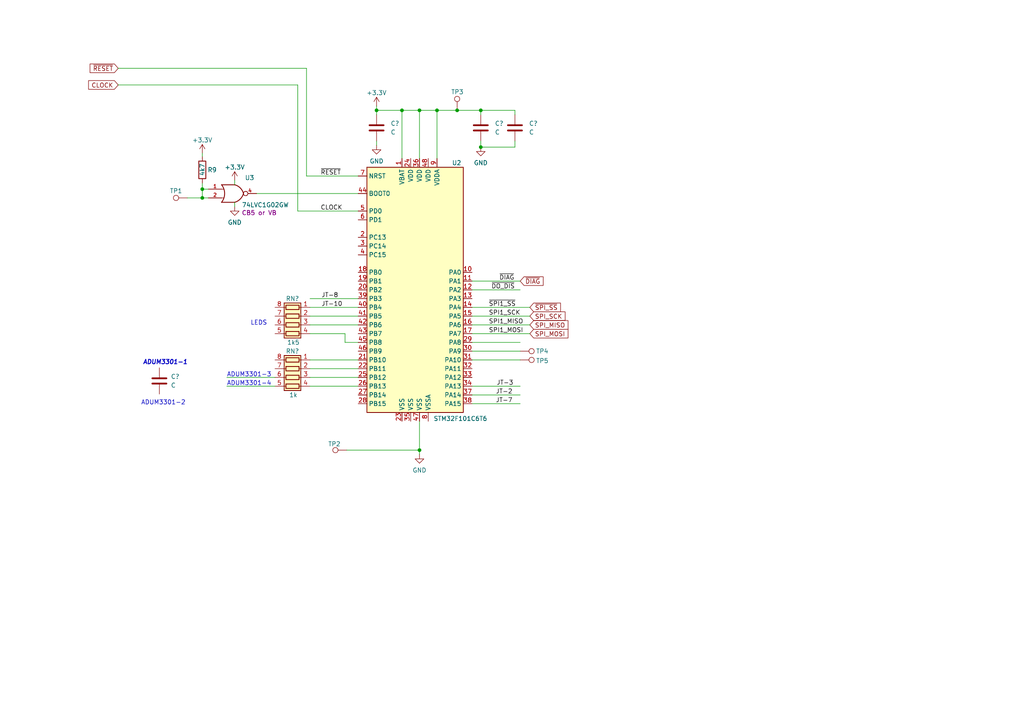
<source format=kicad_sch>
(kicad_sch (version 20211123) (generator eeschema)

  (uuid 8deab1c6-d7da-4eae-81b9-2d74755e39d7)

  (paper "A4")

  (title_block
    (title "SM031-1BD040 Analog AI4x12Bit 0/4...20mA")
    (date "2024-09-08")
    (rev "rev 3")
    (company "Reverse engineered, design copyright VIPA GmbH")
    (comment 1 "SLIO Main CPU")
  )

  (lib_symbols
    (symbol "74xGxx:74LVC1G02" (pin_names (offset 1.016)) (in_bom yes) (on_board yes)
      (property "Reference" "U" (id 0) (at -2.54 3.81 0)
        (effects (font (size 1.27 1.27)))
      )
      (property "Value" "74LVC1G02" (id 1) (at 0 -3.81 0)
        (effects (font (size 1.27 1.27)))
      )
      (property "Footprint" "" (id 2) (at 0 0 0)
        (effects (font (size 1.27 1.27)) hide)
      )
      (property "Datasheet" "http://www.ti.com/lit/sg/scyt129e/scyt129e.pdf" (id 3) (at 0 0 0)
        (effects (font (size 1.27 1.27)) hide)
      )
      (property "ki_keywords" "Single Gate NOR LVC CMOS" (id 4) (at 0 0 0)
        (effects (font (size 1.27 1.27)) hide)
      )
      (property "ki_description" "Single NOR Gate, Low-Voltage CMOS" (id 5) (at 0 0 0)
        (effects (font (size 1.27 1.27)) hide)
      )
      (property "ki_fp_filters" "SOT* SG-*" (id 6) (at 0 0 0)
        (effects (font (size 1.27 1.27)) hide)
      )
      (symbol "74LVC1G02_0_1"
        (arc (start -3.81 -2.54) (mid -2.919 0) (end -3.81 2.54)
          (stroke (width 0.254) (type default) (color 0 0 0 0))
          (fill (type none))
        )
        (arc (start 0 -2.54) (mid 1.5993 -1.6027) (end 2.54 0)
          (stroke (width 0.254) (type default) (color 0 0 0 0))
          (fill (type none))
        )
        (polyline
          (pts
            (xy -3.81 -1.27)
            (xy -3.175 -1.27)
          )
          (stroke (width 0) (type default) (color 0 0 0 0))
          (fill (type none))
        )
        (polyline
          (pts
            (xy -3.81 1.27)
            (xy -3.175 1.27)
          )
          (stroke (width 0) (type default) (color 0 0 0 0))
          (fill (type none))
        )
        (polyline
          (pts
            (xy 0 -2.54)
            (xy -3.81 -2.54)
          )
          (stroke (width 0.254) (type default) (color 0 0 0 0))
          (fill (type background))
        )
        (polyline
          (pts
            (xy 0 2.54)
            (xy -3.81 2.54)
          )
          (stroke (width 0.254) (type default) (color 0 0 0 0))
          (fill (type background))
        )
        (arc (start 2.54 0) (mid 1.6119 1.6152) (end 0 2.54)
          (stroke (width 0.254) (type default) (color 0 0 0 0))
          (fill (type none))
        )
      )
      (symbol "74LVC1G02_1_1"
        (pin input line (at -7.62 1.27 0) (length 3.81)
          (name "~" (effects (font (size 1.016 1.016))))
          (number "1" (effects (font (size 1.016 1.016))))
        )
        (pin input line (at -7.62 -1.27 0) (length 3.81)
          (name "~" (effects (font (size 1.016 1.016))))
          (number "2" (effects (font (size 1.016 1.016))))
        )
        (pin power_in line (at 0 -2.54 270) (length 0) hide
          (name "GND" (effects (font (size 1.016 1.016))))
          (number "3" (effects (font (size 1.016 1.016))))
        )
        (pin output inverted (at 6.35 0 180) (length 3.81)
          (name "~" (effects (font (size 1.016 1.016))))
          (number "4" (effects (font (size 1.016 1.016))))
        )
        (pin power_in line (at 0 2.54 90) (length 0) hide
          (name "VCC" (effects (font (size 1.016 1.016))))
          (number "5" (effects (font (size 1.016 1.016))))
        )
      )
    )
    (symbol "Connector:TestPoint" (pin_numbers hide) (pin_names (offset 0.762) hide) (in_bom yes) (on_board yes)
      (property "Reference" "TP" (id 0) (at 0 6.858 0)
        (effects (font (size 1.27 1.27)))
      )
      (property "Value" "TestPoint" (id 1) (at 0 5.08 0)
        (effects (font (size 1.27 1.27)))
      )
      (property "Footprint" "" (id 2) (at 5.08 0 0)
        (effects (font (size 1.27 1.27)) hide)
      )
      (property "Datasheet" "~" (id 3) (at 5.08 0 0)
        (effects (font (size 1.27 1.27)) hide)
      )
      (property "ki_keywords" "test point tp" (id 4) (at 0 0 0)
        (effects (font (size 1.27 1.27)) hide)
      )
      (property "ki_description" "test point" (id 5) (at 0 0 0)
        (effects (font (size 1.27 1.27)) hide)
      )
      (property "ki_fp_filters" "Pin* Test*" (id 6) (at 0 0 0)
        (effects (font (size 1.27 1.27)) hide)
      )
      (symbol "TestPoint_0_1"
        (circle (center 0 3.302) (radius 0.762)
          (stroke (width 0) (type default) (color 0 0 0 0))
          (fill (type none))
        )
      )
      (symbol "TestPoint_1_1"
        (pin passive line (at 0 0 90) (length 2.54)
          (name "1" (effects (font (size 1.27 1.27))))
          (number "1" (effects (font (size 1.27 1.27))))
        )
      )
    )
    (symbol "Device:C" (pin_numbers hide) (pin_names (offset 0.254)) (in_bom yes) (on_board yes)
      (property "Reference" "C" (id 0) (at 0.635 2.54 0)
        (effects (font (size 1.27 1.27)) (justify left))
      )
      (property "Value" "C" (id 1) (at 0.635 -2.54 0)
        (effects (font (size 1.27 1.27)) (justify left))
      )
      (property "Footprint" "" (id 2) (at 0.9652 -3.81 0)
        (effects (font (size 1.27 1.27)) hide)
      )
      (property "Datasheet" "~" (id 3) (at 0 0 0)
        (effects (font (size 1.27 1.27)) hide)
      )
      (property "ki_keywords" "cap capacitor" (id 4) (at 0 0 0)
        (effects (font (size 1.27 1.27)) hide)
      )
      (property "ki_description" "Unpolarized capacitor" (id 5) (at 0 0 0)
        (effects (font (size 1.27 1.27)) hide)
      )
      (property "ki_fp_filters" "C_*" (id 6) (at 0 0 0)
        (effects (font (size 1.27 1.27)) hide)
      )
      (symbol "C_0_1"
        (polyline
          (pts
            (xy -2.032 -0.762)
            (xy 2.032 -0.762)
          )
          (stroke (width 0.508) (type default) (color 0 0 0 0))
          (fill (type none))
        )
        (polyline
          (pts
            (xy -2.032 0.762)
            (xy 2.032 0.762)
          )
          (stroke (width 0.508) (type default) (color 0 0 0 0))
          (fill (type none))
        )
      )
      (symbol "C_1_1"
        (pin passive line (at 0 3.81 270) (length 2.794)
          (name "~" (effects (font (size 1.27 1.27))))
          (number "1" (effects (font (size 1.27 1.27))))
        )
        (pin passive line (at 0 -3.81 90) (length 2.794)
          (name "~" (effects (font (size 1.27 1.27))))
          (number "2" (effects (font (size 1.27 1.27))))
        )
      )
    )
    (symbol "Device:R" (pin_numbers hide) (pin_names (offset 0)) (in_bom yes) (on_board yes)
      (property "Reference" "R" (id 0) (at 2.032 0 90)
        (effects (font (size 1.27 1.27)))
      )
      (property "Value" "R" (id 1) (at 0 0 90)
        (effects (font (size 1.27 1.27)))
      )
      (property "Footprint" "" (id 2) (at -1.778 0 90)
        (effects (font (size 1.27 1.27)) hide)
      )
      (property "Datasheet" "~" (id 3) (at 0 0 0)
        (effects (font (size 1.27 1.27)) hide)
      )
      (property "ki_keywords" "R res resistor" (id 4) (at 0 0 0)
        (effects (font (size 1.27 1.27)) hide)
      )
      (property "ki_description" "Resistor" (id 5) (at 0 0 0)
        (effects (font (size 1.27 1.27)) hide)
      )
      (property "ki_fp_filters" "R_*" (id 6) (at 0 0 0)
        (effects (font (size 1.27 1.27)) hide)
      )
      (symbol "R_0_1"
        (rectangle (start -1.016 -2.54) (end 1.016 2.54)
          (stroke (width 0.254) (type default) (color 0 0 0 0))
          (fill (type none))
        )
      )
      (symbol "R_1_1"
        (pin passive line (at 0 3.81 270) (length 1.27)
          (name "~" (effects (font (size 1.27 1.27))))
          (number "1" (effects (font (size 1.27 1.27))))
        )
        (pin passive line (at 0 -3.81 90) (length 1.27)
          (name "~" (effects (font (size 1.27 1.27))))
          (number "2" (effects (font (size 1.27 1.27))))
        )
      )
    )
    (symbol "Device:R_Pack04" (pin_names (offset 0) hide) (in_bom yes) (on_board yes)
      (property "Reference" "RN" (id 0) (at -7.62 0 90)
        (effects (font (size 1.27 1.27)))
      )
      (property "Value" "R_Pack04" (id 1) (at 5.08 0 90)
        (effects (font (size 1.27 1.27)))
      )
      (property "Footprint" "" (id 2) (at 6.985 0 90)
        (effects (font (size 1.27 1.27)) hide)
      )
      (property "Datasheet" "~" (id 3) (at 0 0 0)
        (effects (font (size 1.27 1.27)) hide)
      )
      (property "ki_keywords" "R network parallel topology isolated" (id 4) (at 0 0 0)
        (effects (font (size 1.27 1.27)) hide)
      )
      (property "ki_description" "4 resistor network, parallel topology" (id 5) (at 0 0 0)
        (effects (font (size 1.27 1.27)) hide)
      )
      (property "ki_fp_filters" "DIP* SOIC* R*Array*Concave* R*Array*Convex*" (id 6) (at 0 0 0)
        (effects (font (size 1.27 1.27)) hide)
      )
      (symbol "R_Pack04_0_1"
        (rectangle (start -6.35 -2.413) (end 3.81 2.413)
          (stroke (width 0.254) (type default) (color 0 0 0 0))
          (fill (type background))
        )
        (rectangle (start -5.715 1.905) (end -4.445 -1.905)
          (stroke (width 0.254) (type default) (color 0 0 0 0))
          (fill (type none))
        )
        (rectangle (start -3.175 1.905) (end -1.905 -1.905)
          (stroke (width 0.254) (type default) (color 0 0 0 0))
          (fill (type none))
        )
        (rectangle (start -0.635 1.905) (end 0.635 -1.905)
          (stroke (width 0.254) (type default) (color 0 0 0 0))
          (fill (type none))
        )
        (polyline
          (pts
            (xy -5.08 -2.54)
            (xy -5.08 -1.905)
          )
          (stroke (width 0) (type default) (color 0 0 0 0))
          (fill (type none))
        )
        (polyline
          (pts
            (xy -5.08 1.905)
            (xy -5.08 2.54)
          )
          (stroke (width 0) (type default) (color 0 0 0 0))
          (fill (type none))
        )
        (polyline
          (pts
            (xy -2.54 -2.54)
            (xy -2.54 -1.905)
          )
          (stroke (width 0) (type default) (color 0 0 0 0))
          (fill (type none))
        )
        (polyline
          (pts
            (xy -2.54 1.905)
            (xy -2.54 2.54)
          )
          (stroke (width 0) (type default) (color 0 0 0 0))
          (fill (type none))
        )
        (polyline
          (pts
            (xy 0 -2.54)
            (xy 0 -1.905)
          )
          (stroke (width 0) (type default) (color 0 0 0 0))
          (fill (type none))
        )
        (polyline
          (pts
            (xy 0 1.905)
            (xy 0 2.54)
          )
          (stroke (width 0) (type default) (color 0 0 0 0))
          (fill (type none))
        )
        (polyline
          (pts
            (xy 2.54 -2.54)
            (xy 2.54 -1.905)
          )
          (stroke (width 0) (type default) (color 0 0 0 0))
          (fill (type none))
        )
        (polyline
          (pts
            (xy 2.54 1.905)
            (xy 2.54 2.54)
          )
          (stroke (width 0) (type default) (color 0 0 0 0))
          (fill (type none))
        )
        (rectangle (start 1.905 1.905) (end 3.175 -1.905)
          (stroke (width 0.254) (type default) (color 0 0 0 0))
          (fill (type none))
        )
      )
      (symbol "R_Pack04_1_1"
        (pin passive line (at -5.08 -5.08 90) (length 2.54)
          (name "R1.1" (effects (font (size 1.27 1.27))))
          (number "1" (effects (font (size 1.27 1.27))))
        )
        (pin passive line (at -2.54 -5.08 90) (length 2.54)
          (name "R2.1" (effects (font (size 1.27 1.27))))
          (number "2" (effects (font (size 1.27 1.27))))
        )
        (pin passive line (at 0 -5.08 90) (length 2.54)
          (name "R3.1" (effects (font (size 1.27 1.27))))
          (number "3" (effects (font (size 1.27 1.27))))
        )
        (pin passive line (at 2.54 -5.08 90) (length 2.54)
          (name "R4.1" (effects (font (size 1.27 1.27))))
          (number "4" (effects (font (size 1.27 1.27))))
        )
        (pin passive line (at 2.54 5.08 270) (length 2.54)
          (name "R4.2" (effects (font (size 1.27 1.27))))
          (number "5" (effects (font (size 1.27 1.27))))
        )
        (pin passive line (at 0 5.08 270) (length 2.54)
          (name "R3.2" (effects (font (size 1.27 1.27))))
          (number "6" (effects (font (size 1.27 1.27))))
        )
        (pin passive line (at -2.54 5.08 270) (length 2.54)
          (name "R2.2" (effects (font (size 1.27 1.27))))
          (number "7" (effects (font (size 1.27 1.27))))
        )
        (pin passive line (at -5.08 5.08 270) (length 2.54)
          (name "R1.2" (effects (font (size 1.27 1.27))))
          (number "8" (effects (font (size 1.27 1.27))))
        )
      )
    )
    (symbol "MCU_ST_STM32F1:STM32F101C6Tx" (in_bom yes) (on_board yes)
      (property "Reference" "U" (id 0) (at -15.24 36.83 0)
        (effects (font (size 1.27 1.27)) (justify left))
      )
      (property "Value" "STM32F101C6Tx" (id 1) (at 7.62 36.83 0)
        (effects (font (size 1.27 1.27)) (justify left))
      )
      (property "Footprint" "Package_QFP:LQFP-48_7x7mm_P0.5mm" (id 2) (at -15.24 -35.56 0)
        (effects (font (size 1.27 1.27)) (justify right) hide)
      )
      (property "Datasheet" "http://www.st.com/st-web-ui/static/active/en/resource/technical/document/datasheet/CD00210837.pdf" (id 3) (at 0 0 0)
        (effects (font (size 1.27 1.27)) hide)
      )
      (property "ki_keywords" "ARM Cortex-M3 STM32F1 STM32F101" (id 4) (at 0 0 0)
        (effects (font (size 1.27 1.27)) hide)
      )
      (property "ki_description" "ARM Cortex-M3 MCU, 32KB flash, 6KB RAM, 36MHz, 2-3.6V, 37 GPIO, LQFP-48" (id 5) (at 0 0 0)
        (effects (font (size 1.27 1.27)) hide)
      )
      (property "ki_fp_filters" "LQFP*7x7mm*P0.5mm*" (id 6) (at 0 0 0)
        (effects (font (size 1.27 1.27)) hide)
      )
      (symbol "STM32F101C6Tx_0_1"
        (rectangle (start -15.24 -35.56) (end 12.7 35.56)
          (stroke (width 0.254) (type default) (color 0 0 0 0))
          (fill (type background))
        )
      )
      (symbol "STM32F101C6Tx_1_1"
        (pin power_in line (at -5.08 38.1 270) (length 2.54)
          (name "VBAT" (effects (font (size 1.27 1.27))))
          (number "1" (effects (font (size 1.27 1.27))))
        )
        (pin bidirectional line (at 15.24 5.08 180) (length 2.54)
          (name "PA0" (effects (font (size 1.27 1.27))))
          (number "10" (effects (font (size 1.27 1.27))))
        )
        (pin bidirectional line (at 15.24 2.54 180) (length 2.54)
          (name "PA1" (effects (font (size 1.27 1.27))))
          (number "11" (effects (font (size 1.27 1.27))))
        )
        (pin bidirectional line (at 15.24 0 180) (length 2.54)
          (name "PA2" (effects (font (size 1.27 1.27))))
          (number "12" (effects (font (size 1.27 1.27))))
        )
        (pin bidirectional line (at 15.24 -2.54 180) (length 2.54)
          (name "PA3" (effects (font (size 1.27 1.27))))
          (number "13" (effects (font (size 1.27 1.27))))
        )
        (pin bidirectional line (at 15.24 -5.08 180) (length 2.54)
          (name "PA4" (effects (font (size 1.27 1.27))))
          (number "14" (effects (font (size 1.27 1.27))))
        )
        (pin bidirectional line (at 15.24 -7.62 180) (length 2.54)
          (name "PA5" (effects (font (size 1.27 1.27))))
          (number "15" (effects (font (size 1.27 1.27))))
        )
        (pin bidirectional line (at 15.24 -10.16 180) (length 2.54)
          (name "PA6" (effects (font (size 1.27 1.27))))
          (number "16" (effects (font (size 1.27 1.27))))
        )
        (pin bidirectional line (at 15.24 -12.7 180) (length 2.54)
          (name "PA7" (effects (font (size 1.27 1.27))))
          (number "17" (effects (font (size 1.27 1.27))))
        )
        (pin bidirectional line (at -17.78 5.08 0) (length 2.54)
          (name "PB0" (effects (font (size 1.27 1.27))))
          (number "18" (effects (font (size 1.27 1.27))))
        )
        (pin bidirectional line (at -17.78 2.54 0) (length 2.54)
          (name "PB1" (effects (font (size 1.27 1.27))))
          (number "19" (effects (font (size 1.27 1.27))))
        )
        (pin bidirectional line (at -17.78 15.24 0) (length 2.54)
          (name "PC13" (effects (font (size 1.27 1.27))))
          (number "2" (effects (font (size 1.27 1.27))))
        )
        (pin bidirectional line (at -17.78 0 0) (length 2.54)
          (name "PB2" (effects (font (size 1.27 1.27))))
          (number "20" (effects (font (size 1.27 1.27))))
        )
        (pin bidirectional line (at -17.78 -20.32 0) (length 2.54)
          (name "PB10" (effects (font (size 1.27 1.27))))
          (number "21" (effects (font (size 1.27 1.27))))
        )
        (pin bidirectional line (at -17.78 -22.86 0) (length 2.54)
          (name "PB11" (effects (font (size 1.27 1.27))))
          (number "22" (effects (font (size 1.27 1.27))))
        )
        (pin power_in line (at -5.08 -38.1 90) (length 2.54)
          (name "VSS" (effects (font (size 1.27 1.27))))
          (number "23" (effects (font (size 1.27 1.27))))
        )
        (pin power_in line (at -2.54 38.1 270) (length 2.54)
          (name "VDD" (effects (font (size 1.27 1.27))))
          (number "24" (effects (font (size 1.27 1.27))))
        )
        (pin bidirectional line (at -17.78 -25.4 0) (length 2.54)
          (name "PB12" (effects (font (size 1.27 1.27))))
          (number "25" (effects (font (size 1.27 1.27))))
        )
        (pin bidirectional line (at -17.78 -27.94 0) (length 2.54)
          (name "PB13" (effects (font (size 1.27 1.27))))
          (number "26" (effects (font (size 1.27 1.27))))
        )
        (pin bidirectional line (at -17.78 -30.48 0) (length 2.54)
          (name "PB14" (effects (font (size 1.27 1.27))))
          (number "27" (effects (font (size 1.27 1.27))))
        )
        (pin bidirectional line (at -17.78 -33.02 0) (length 2.54)
          (name "PB15" (effects (font (size 1.27 1.27))))
          (number "28" (effects (font (size 1.27 1.27))))
        )
        (pin bidirectional line (at 15.24 -15.24 180) (length 2.54)
          (name "PA8" (effects (font (size 1.27 1.27))))
          (number "29" (effects (font (size 1.27 1.27))))
        )
        (pin bidirectional line (at -17.78 12.7 0) (length 2.54)
          (name "PC14" (effects (font (size 1.27 1.27))))
          (number "3" (effects (font (size 1.27 1.27))))
        )
        (pin bidirectional line (at 15.24 -17.78 180) (length 2.54)
          (name "PA9" (effects (font (size 1.27 1.27))))
          (number "30" (effects (font (size 1.27 1.27))))
        )
        (pin bidirectional line (at 15.24 -20.32 180) (length 2.54)
          (name "PA10" (effects (font (size 1.27 1.27))))
          (number "31" (effects (font (size 1.27 1.27))))
        )
        (pin bidirectional line (at 15.24 -22.86 180) (length 2.54)
          (name "PA11" (effects (font (size 1.27 1.27))))
          (number "32" (effects (font (size 1.27 1.27))))
        )
        (pin bidirectional line (at 15.24 -25.4 180) (length 2.54)
          (name "PA12" (effects (font (size 1.27 1.27))))
          (number "33" (effects (font (size 1.27 1.27))))
        )
        (pin bidirectional line (at 15.24 -27.94 180) (length 2.54)
          (name "PA13" (effects (font (size 1.27 1.27))))
          (number "34" (effects (font (size 1.27 1.27))))
        )
        (pin power_in line (at -2.54 -38.1 90) (length 2.54)
          (name "VSS" (effects (font (size 1.27 1.27))))
          (number "35" (effects (font (size 1.27 1.27))))
        )
        (pin power_in line (at 0 38.1 270) (length 2.54)
          (name "VDD" (effects (font (size 1.27 1.27))))
          (number "36" (effects (font (size 1.27 1.27))))
        )
        (pin bidirectional line (at 15.24 -30.48 180) (length 2.54)
          (name "PA14" (effects (font (size 1.27 1.27))))
          (number "37" (effects (font (size 1.27 1.27))))
        )
        (pin bidirectional line (at 15.24 -33.02 180) (length 2.54)
          (name "PA15" (effects (font (size 1.27 1.27))))
          (number "38" (effects (font (size 1.27 1.27))))
        )
        (pin bidirectional line (at -17.78 -2.54 0) (length 2.54)
          (name "PB3" (effects (font (size 1.27 1.27))))
          (number "39" (effects (font (size 1.27 1.27))))
        )
        (pin bidirectional line (at -17.78 10.16 0) (length 2.54)
          (name "PC15" (effects (font (size 1.27 1.27))))
          (number "4" (effects (font (size 1.27 1.27))))
        )
        (pin bidirectional line (at -17.78 -5.08 0) (length 2.54)
          (name "PB4" (effects (font (size 1.27 1.27))))
          (number "40" (effects (font (size 1.27 1.27))))
        )
        (pin bidirectional line (at -17.78 -7.62 0) (length 2.54)
          (name "PB5" (effects (font (size 1.27 1.27))))
          (number "41" (effects (font (size 1.27 1.27))))
        )
        (pin bidirectional line (at -17.78 -10.16 0) (length 2.54)
          (name "PB6" (effects (font (size 1.27 1.27))))
          (number "42" (effects (font (size 1.27 1.27))))
        )
        (pin bidirectional line (at -17.78 -12.7 0) (length 2.54)
          (name "PB7" (effects (font (size 1.27 1.27))))
          (number "43" (effects (font (size 1.27 1.27))))
        )
        (pin input line (at -17.78 27.94 0) (length 2.54)
          (name "BOOT0" (effects (font (size 1.27 1.27))))
          (number "44" (effects (font (size 1.27 1.27))))
        )
        (pin bidirectional line (at -17.78 -15.24 0) (length 2.54)
          (name "PB8" (effects (font (size 1.27 1.27))))
          (number "45" (effects (font (size 1.27 1.27))))
        )
        (pin bidirectional line (at -17.78 -17.78 0) (length 2.54)
          (name "PB9" (effects (font (size 1.27 1.27))))
          (number "46" (effects (font (size 1.27 1.27))))
        )
        (pin power_in line (at 0 -38.1 90) (length 2.54)
          (name "VSS" (effects (font (size 1.27 1.27))))
          (number "47" (effects (font (size 1.27 1.27))))
        )
        (pin power_in line (at 2.54 38.1 270) (length 2.54)
          (name "VDD" (effects (font (size 1.27 1.27))))
          (number "48" (effects (font (size 1.27 1.27))))
        )
        (pin input line (at -17.78 22.86 0) (length 2.54)
          (name "PD0" (effects (font (size 1.27 1.27))))
          (number "5" (effects (font (size 1.27 1.27))))
        )
        (pin input line (at -17.78 20.32 0) (length 2.54)
          (name "PD1" (effects (font (size 1.27 1.27))))
          (number "6" (effects (font (size 1.27 1.27))))
        )
        (pin input line (at -17.78 33.02 0) (length 2.54)
          (name "NRST" (effects (font (size 1.27 1.27))))
          (number "7" (effects (font (size 1.27 1.27))))
        )
        (pin power_in line (at 2.54 -38.1 90) (length 2.54)
          (name "VSSA" (effects (font (size 1.27 1.27))))
          (number "8" (effects (font (size 1.27 1.27))))
        )
        (pin power_in line (at 5.08 38.1 270) (length 2.54)
          (name "VDDA" (effects (font (size 1.27 1.27))))
          (number "9" (effects (font (size 1.27 1.27))))
        )
      )
    )
    (symbol "power:+3.3V" (power) (pin_names (offset 0)) (in_bom yes) (on_board yes)
      (property "Reference" "#PWR" (id 0) (at 0 -3.81 0)
        (effects (font (size 1.27 1.27)) hide)
      )
      (property "Value" "+3.3V" (id 1) (at 0 3.556 0)
        (effects (font (size 1.27 1.27)))
      )
      (property "Footprint" "" (id 2) (at 0 0 0)
        (effects (font (size 1.27 1.27)) hide)
      )
      (property "Datasheet" "" (id 3) (at 0 0 0)
        (effects (font (size 1.27 1.27)) hide)
      )
      (property "ki_keywords" "global power" (id 4) (at 0 0 0)
        (effects (font (size 1.27 1.27)) hide)
      )
      (property "ki_description" "Power symbol creates a global label with name \"+3.3V\"" (id 5) (at 0 0 0)
        (effects (font (size 1.27 1.27)) hide)
      )
      (symbol "+3.3V_0_1"
        (polyline
          (pts
            (xy -0.762 1.27)
            (xy 0 2.54)
          )
          (stroke (width 0) (type default) (color 0 0 0 0))
          (fill (type none))
        )
        (polyline
          (pts
            (xy 0 0)
            (xy 0 2.54)
          )
          (stroke (width 0) (type default) (color 0 0 0 0))
          (fill (type none))
        )
        (polyline
          (pts
            (xy 0 2.54)
            (xy 0.762 1.27)
          )
          (stroke (width 0) (type default) (color 0 0 0 0))
          (fill (type none))
        )
      )
      (symbol "+3.3V_1_1"
        (pin power_in line (at 0 0 90) (length 0) hide
          (name "+3.3V" (effects (font (size 1.27 1.27))))
          (number "1" (effects (font (size 1.27 1.27))))
        )
      )
    )
    (symbol "power:GND" (power) (pin_names (offset 0)) (in_bom yes) (on_board yes)
      (property "Reference" "#PWR" (id 0) (at 0 -6.35 0)
        (effects (font (size 1.27 1.27)) hide)
      )
      (property "Value" "GND" (id 1) (at 0 -3.81 0)
        (effects (font (size 1.27 1.27)))
      )
      (property "Footprint" "" (id 2) (at 0 0 0)
        (effects (font (size 1.27 1.27)) hide)
      )
      (property "Datasheet" "" (id 3) (at 0 0 0)
        (effects (font (size 1.27 1.27)) hide)
      )
      (property "ki_keywords" "global power" (id 4) (at 0 0 0)
        (effects (font (size 1.27 1.27)) hide)
      )
      (property "ki_description" "Power symbol creates a global label with name \"GND\" , ground" (id 5) (at 0 0 0)
        (effects (font (size 1.27 1.27)) hide)
      )
      (symbol "GND_0_1"
        (polyline
          (pts
            (xy 0 0)
            (xy 0 -1.27)
            (xy 1.27 -1.27)
            (xy 0 -2.54)
            (xy -1.27 -1.27)
            (xy 0 -1.27)
          )
          (stroke (width 0) (type default) (color 0 0 0 0))
          (fill (type none))
        )
      )
      (symbol "GND_1_1"
        (pin power_in line (at 0 0 270) (length 0) hide
          (name "GND" (effects (font (size 1.27 1.27))))
          (number "1" (effects (font (size 1.27 1.27))))
        )
      )
    )
  )

  (junction (at 132.588 32.004) (diameter 0) (color 0 0 0 0)
    (uuid 0ce4ecad-8fdf-47db-b4dd-d87b6bb93a57)
  )
  (junction (at 121.666 130.556) (diameter 0) (color 0 0 0 0)
    (uuid 0dba1262-1780-443b-82aa-6f9ae7015de8)
  )
  (junction (at 58.674 54.864) (diameter 0) (color 0 0 0 0)
    (uuid 19ccf420-2417-467a-bf0f-66132f67d76a)
  )
  (junction (at 109.22 32.004) (diameter 0) (color 0 0 0 0)
    (uuid 573ed5ad-d194-40e5-9af9-fd4c1f894202)
  )
  (junction (at 139.446 32.004) (diameter 0) (color 0 0 0 0)
    (uuid 661e9f0e-53c1-4bd9-af6c-f73baa65c8c0)
  )
  (junction (at 116.586 32.004) (diameter 0) (color 0 0 0 0)
    (uuid 66592ce2-f384-4133-996d-f037c049e6bb)
  )
  (junction (at 139.446 42.672) (diameter 0) (color 0 0 0 0)
    (uuid 8fec8ff4-9d1e-4e37-83af-6eea2ed45a86)
  )
  (junction (at 121.666 32.004) (diameter 0) (color 0 0 0 0)
    (uuid 9906b550-445e-4432-92a9-9b378807fd26)
  )
  (junction (at 126.746 32.004) (diameter 0) (color 0 0 0 0)
    (uuid 999f99be-77cc-4330-b376-4d98567874cc)
  )
  (junction (at 58.674 57.404) (diameter 0) (color 0 0 0 0)
    (uuid fbee63b2-42a6-4d11-963e-e06072b1d031)
  )

  (wire (pts (xy 116.586 32.004) (xy 116.586 45.974))
    (stroke (width 0) (type default) (color 0 0 0 0))
    (uuid 015abf24-fb3a-4b04-b123-9e1f226c3d3c)
  )
  (wire (pts (xy 136.906 99.314) (xy 150.876 99.314))
    (stroke (width 0) (type default) (color 0 0 0 0))
    (uuid 0324f5f0-cee4-47e5-9184-70fc9d66fa37)
  )
  (wire (pts (xy 109.22 32.004) (xy 109.22 33.274))
    (stroke (width 0) (type default) (color 0 0 0 0))
    (uuid 05828896-a672-48fb-b0f5-151964deaa0f)
  )
  (wire (pts (xy 88.9 19.812) (xy 34.29 19.812))
    (stroke (width 0) (type default) (color 0 0 0 0))
    (uuid 067288dd-3049-438d-840b-7fc44f20e9b1)
  )
  (wire (pts (xy 139.446 32.004) (xy 149.352 32.004))
    (stroke (width 0) (type default) (color 0 0 0 0))
    (uuid 0855784a-32cc-47d0-8ace-1b4f4d198457)
  )
  (wire (pts (xy 136.906 81.534) (xy 150.876 81.534))
    (stroke (width 0) (type default) (color 0 0 0 0))
    (uuid 0dc96709-bc69-4e50-8d3d-ef7f552ceda7)
  )
  (wire (pts (xy 58.674 53.086) (xy 58.674 54.864))
    (stroke (width 0) (type default) (color 0 0 0 0))
    (uuid 0e0d3f1f-d7e5-4564-afe4-e32ec8d2fa42)
  )
  (wire (pts (xy 149.352 32.004) (xy 149.352 33.274))
    (stroke (width 0) (type default) (color 0 0 0 0))
    (uuid 0e658afd-3858-4ce8-ae0b-7f9f7d01df52)
  )
  (wire (pts (xy 126.746 32.004) (xy 126.746 45.974))
    (stroke (width 0) (type default) (color 0 0 0 0))
    (uuid 1840f7a4-63ec-4663-a4ef-03f372c88420)
  )
  (wire (pts (xy 136.906 101.854) (xy 150.876 101.854))
    (stroke (width 0) (type default) (color 0 0 0 0))
    (uuid 1b345216-d216-45e4-b0ee-5648f478c208)
  )
  (wire (pts (xy 60.452 54.864) (xy 58.674 54.864))
    (stroke (width 0) (type default) (color 0 0 0 0))
    (uuid 1ce1ba8f-496d-4868-8345-a9e372984abb)
  )
  (wire (pts (xy 136.906 94.234) (xy 153.67 94.234))
    (stroke (width 0) (type default) (color 0 0 0 0))
    (uuid 2183cdef-ae9c-43ff-bfd7-6d307d4e4110)
  )
  (wire (pts (xy 89.916 91.694) (xy 103.886 91.694))
    (stroke (width 0) (type default) (color 0 0 0 0))
    (uuid 29b7945f-ca98-430f-bb10-c736639b89ce)
  )
  (wire (pts (xy 121.666 122.174) (xy 121.666 130.556))
    (stroke (width 0) (type default) (color 0 0 0 0))
    (uuid 312f247c-ff53-46a1-a0d7-34be586fb9c8)
  )
  (wire (pts (xy 58.674 44.45) (xy 58.674 45.466))
    (stroke (width 0) (type default) (color 0 0 0 0))
    (uuid 31bc12b3-41b2-4343-af91-b7f528ca1f40)
  )
  (wire (pts (xy 86.36 61.214) (xy 103.886 61.214))
    (stroke (width 0) (type default) (color 0 0 0 0))
    (uuid 321c76fd-b7d2-498c-a6de-a2bd6b69443b)
  )
  (wire (pts (xy 100.076 96.774) (xy 89.916 96.774))
    (stroke (width 0) (type default) (color 0 0 0 0))
    (uuid 3df2706f-d0e2-4688-9919-c48dc7f099d5)
  )
  (wire (pts (xy 121.666 32.004) (xy 121.666 45.974))
    (stroke (width 0) (type default) (color 0 0 0 0))
    (uuid 41264f49-7bd4-471b-ae86-78a61a75260a)
  )
  (wire (pts (xy 54.356 57.404) (xy 58.674 57.404))
    (stroke (width 0) (type default) (color 0 0 0 0))
    (uuid 476ee575-3a69-485f-849d-0b554b33bd31)
  )
  (wire (pts (xy 89.916 89.154) (xy 103.886 89.154))
    (stroke (width 0) (type default) (color 0 0 0 0))
    (uuid 5307d62f-a263-45a5-93e4-2d49d4055abf)
  )
  (wire (pts (xy 88.9 51.054) (xy 88.9 19.812))
    (stroke (width 0) (type default) (color 0 0 0 0))
    (uuid 532e78ae-4d2c-4764-b9d2-c859e1f34a2a)
  )
  (wire (pts (xy 86.36 24.638) (xy 86.36 61.214))
    (stroke (width 0) (type default) (color 0 0 0 0))
    (uuid 546b9fc6-0e22-4e73-96f2-d6950b2e1cb7)
  )
  (wire (pts (xy 103.886 99.314) (xy 100.076 99.314))
    (stroke (width 0) (type default) (color 0 0 0 0))
    (uuid 5584415e-5c46-4db1-ba75-000502e11f63)
  )
  (wire (pts (xy 103.886 104.394) (xy 89.916 104.394))
    (stroke (width 0) (type default) (color 0 0 0 0))
    (uuid 56c9800f-edef-445f-af68-f4de18c2b9cc)
  )
  (wire (pts (xy 121.666 130.556) (xy 121.666 131.826))
    (stroke (width 0) (type default) (color 0 0 0 0))
    (uuid 645944f2-e1c7-4e2b-9fed-0a4043f73f13)
  )
  (wire (pts (xy 103.886 112.014) (xy 89.916 112.014))
    (stroke (width 0) (type default) (color 0 0 0 0))
    (uuid 6709b5e3-5599-4f33-a821-ed246adabbe2)
  )
  (wire (pts (xy 139.446 42.672) (xy 149.352 42.672))
    (stroke (width 0) (type default) (color 0 0 0 0))
    (uuid 67baf50e-fa5c-4e5c-8136-7dffc903bd3e)
  )
  (wire (pts (xy 88.9 51.054) (xy 103.886 51.054))
    (stroke (width 0) (type default) (color 0 0 0 0))
    (uuid 6dd5e8d1-5c30-42ea-8dca-f8ee00331561)
  )
  (wire (pts (xy 126.746 32.004) (xy 132.588 32.004))
    (stroke (width 0) (type default) (color 0 0 0 0))
    (uuid 7881b89a-6516-4a41-b9bf-c4176b089ab1)
  )
  (wire (pts (xy 74.422 56.134) (xy 103.886 56.134))
    (stroke (width 0) (type default) (color 0 0 0 0))
    (uuid 812af33b-3627-4f84-812e-29f54b8feba9)
  )
  (wire (pts (xy 136.906 117.094) (xy 150.876 117.094))
    (stroke (width 0) (type default) (color 0 0 0 0))
    (uuid 837b3eb7-d03b-44eb-b81e-d6c8070b6353)
  )
  (wire (pts (xy 79.756 112.014) (xy 65.786 112.014))
    (stroke (width 0) (type default) (color 0 0 0 0))
    (uuid 8de40bca-f9b8-4327-821e-29295ac0e3ac)
  )
  (wire (pts (xy 34.29 24.638) (xy 86.36 24.638))
    (stroke (width 0) (type default) (color 0 0 0 0))
    (uuid 909e38a7-6434-4584-a8c9-46268d63c569)
  )
  (wire (pts (xy 103.886 106.934) (xy 89.916 106.934))
    (stroke (width 0) (type default) (color 0 0 0 0))
    (uuid 90f42f0f-0a3c-4145-bf92-abf5dae5035e)
  )
  (wire (pts (xy 132.588 32.004) (xy 139.446 32.004))
    (stroke (width 0) (type default) (color 0 0 0 0))
    (uuid 9401e8b7-4ef3-4e80-86c3-53a23b855469)
  )
  (wire (pts (xy 109.22 30.734) (xy 109.22 32.004))
    (stroke (width 0) (type default) (color 0 0 0 0))
    (uuid 973ce7a4-3d36-4638-838f-140a20107f1e)
  )
  (wire (pts (xy 136.906 91.694) (xy 153.67 91.694))
    (stroke (width 0) (type default) (color 0 0 0 0))
    (uuid 987f01c1-b915-4182-a7d8-2b37830511ad)
  )
  (wire (pts (xy 68.072 52.324) (xy 68.072 53.594))
    (stroke (width 0) (type default) (color 0 0 0 0))
    (uuid 9bdaa363-6f71-4513-bfce-cd496aaba182)
  )
  (wire (pts (xy 89.916 94.234) (xy 103.886 94.234))
    (stroke (width 0) (type default) (color 0 0 0 0))
    (uuid 9bfc14a5-d1a5-4068-b9f9-c83e72e44b3e)
  )
  (wire (pts (xy 136.906 89.154) (xy 153.67 89.154))
    (stroke (width 0) (type default) (color 0 0 0 0))
    (uuid 9d4258ea-3b30-4f9f-b85a-e050605bbfd0)
  )
  (wire (pts (xy 136.906 114.554) (xy 150.876 114.554))
    (stroke (width 0) (type default) (color 0 0 0 0))
    (uuid 9e8afdbe-ec0b-479c-a03e-c52288f808ff)
  )
  (wire (pts (xy 121.666 32.004) (xy 126.746 32.004))
    (stroke (width 0) (type default) (color 0 0 0 0))
    (uuid a203cce2-fb69-42cd-9d6b-203ae609517e)
  )
  (wire (pts (xy 139.446 40.894) (xy 139.446 42.672))
    (stroke (width 0) (type default) (color 0 0 0 0))
    (uuid a9c30f11-e242-4120-bff4-0311331620c3)
  )
  (wire (pts (xy 116.586 32.004) (xy 109.22 32.004))
    (stroke (width 0) (type default) (color 0 0 0 0))
    (uuid ad0384db-37c7-4f88-8297-ae793ef1f480)
  )
  (wire (pts (xy 136.906 112.014) (xy 150.876 112.014))
    (stroke (width 0) (type default) (color 0 0 0 0))
    (uuid b72a7aa2-319a-435c-873a-7f0be3811c76)
  )
  (wire (pts (xy 68.072 58.674) (xy 68.072 59.944))
    (stroke (width 0) (type default) (color 0 0 0 0))
    (uuid beba24a3-6037-40ea-9cec-c863e3bf83a1)
  )
  (wire (pts (xy 103.886 109.474) (xy 89.916 109.474))
    (stroke (width 0) (type default) (color 0 0 0 0))
    (uuid c05572b2-1bb2-4396-980a-2405e6562115)
  )
  (wire (pts (xy 136.906 104.394) (xy 150.876 104.394))
    (stroke (width 0) (type default) (color 0 0 0 0))
    (uuid ca16b42e-56c7-4236-9a1f-1b38b5192598)
  )
  (wire (pts (xy 136.906 96.774) (xy 153.67 96.774))
    (stroke (width 0) (type default) (color 0 0 0 0))
    (uuid cfbcf3b6-cf17-4563-abba-31999dbdd877)
  )
  (wire (pts (xy 100.584 130.556) (xy 121.666 130.556))
    (stroke (width 0) (type default) (color 0 0 0 0))
    (uuid d273c1e9-5d9a-4419-af57-e20f9ddd3aa4)
  )
  (wire (pts (xy 58.674 57.404) (xy 60.452 57.404))
    (stroke (width 0) (type default) (color 0 0 0 0))
    (uuid d482c353-0c30-4ec2-9404-7931c7e4d1cb)
  )
  (wire (pts (xy 109.22 40.894) (xy 109.22 42.164))
    (stroke (width 0) (type default) (color 0 0 0 0))
    (uuid d6911c6b-925b-4363-9e82-5ac4ef493ea2)
  )
  (wire (pts (xy 116.586 32.004) (xy 121.666 32.004))
    (stroke (width 0) (type default) (color 0 0 0 0))
    (uuid dbb40fa5-24b1-47b3-aca8-6a5eef802063)
  )
  (wire (pts (xy 100.076 99.314) (xy 100.076 96.774))
    (stroke (width 0) (type default) (color 0 0 0 0))
    (uuid dc9bc959-e24a-4071-a17b-3d2c87a59692)
  )
  (wire (pts (xy 149.352 42.672) (xy 149.352 40.894))
    (stroke (width 0) (type default) (color 0 0 0 0))
    (uuid e1682f54-78c1-4125-854e-c5cb0bb7e3ed)
  )
  (wire (pts (xy 79.756 109.474) (xy 65.786 109.474))
    (stroke (width 0) (type default) (color 0 0 0 0))
    (uuid eb36c0c4-4560-46f6-97f9-396692567a82)
  )
  (wire (pts (xy 89.916 86.614) (xy 103.886 86.614))
    (stroke (width 0) (type default) (color 0 0 0 0))
    (uuid eb829314-7476-46b6-a708-5b88a0fb59d6)
  )
  (wire (pts (xy 58.674 54.864) (xy 58.674 57.404))
    (stroke (width 0) (type default) (color 0 0 0 0))
    (uuid fb9aa627-9772-4780-9803-2cf1bbee8954)
  )
  (wire (pts (xy 136.906 84.074) (xy 150.876 84.074))
    (stroke (width 0) (type default) (color 0 0 0 0))
    (uuid fd59a21b-d9db-479a-b387-a9d24ed5599d)
  )
  (wire (pts (xy 139.446 32.004) (xy 139.446 33.274))
    (stroke (width 0) (type default) (color 0 0 0 0))
    (uuid fdf39d7a-733f-4f77-8b64-5a20d50aa106)
  )

  (text "LEDS" (at 72.644 94.488 0)
    (effects (font (size 1.27 1.27)) (justify left bottom))
    (uuid 19a85354-c92d-4823-9b66-4b84ffa0ea26)
  )
  (text "ADUM3301-1" (at 41.402 105.918 0)
    (effects (font (size 1.27 1.27) (thickness 0.254) bold italic) (justify left bottom))
    (uuid a4ae3659-3fd5-4613-965a-37a0aeb102ed)
  )
  (text "ADUM3301-4" (at 65.786 112.014 0)
    (effects (font (size 1.27 1.27)) (justify left bottom))
    (uuid a580c125-9a61-4d9a-b782-b2d4c8bc28d0)
  )
  (text "ADUM3301-3" (at 65.786 109.474 0)
    (effects (font (size 1.27 1.27)) (justify left bottom))
    (uuid b454a662-00b2-4fcb-b7f2-158fe02048bf)
  )
  (text "ADUM3301-2" (at 40.894 117.602 0)
    (effects (font (size 1.27 1.27)) (justify left bottom))
    (uuid b7937d92-9ee6-4af6-8007-885d64c65830)
  )

  (label "SPI1_SCK" (at 141.732 91.694 0)
    (effects (font (size 1.27 1.27)) (justify left bottom))
    (uuid 0462e1bd-1ad0-4413-b1a4-a486261c38c2)
  )
  (label "SPI1_MISO" (at 141.732 94.234 0)
    (effects (font (size 1.27 1.27)) (justify left bottom))
    (uuid 075e21c3-45fc-40ce-ad84-e7b80f3298d9)
  )
  (label "CLOCK" (at 92.964 61.214 0)
    (effects (font (size 1.27 1.27)) (justify left bottom))
    (uuid 0d5e84d7-c812-47ed-b5a6-681a5e5b47f3)
  )
  (label "~{RESET}" (at 92.964 51.054 0)
    (effects (font (size 1.27 1.27)) (justify left bottom))
    (uuid 279026f6-dbc8-4355-a4c8-38416264ff8a)
  )
  (label "SPI1_MOSI" (at 141.732 96.774 0)
    (effects (font (size 1.27 1.27)) (justify left bottom))
    (uuid 3d49a553-25f1-46a6-b288-075ffc9be139)
  )
  (label "JT-2" (at 143.764 114.554 0)
    (effects (font (size 1.27 1.27)) (justify left bottom))
    (uuid 47e71b77-7998-4f05-80aa-887ab0a6664e)
  )
  (label "~{DIAG}" (at 144.78 81.534 0)
    (effects (font (size 1.27 1.27)) (justify left bottom))
    (uuid 8767eb16-1e63-4f9f-acaf-81c30346295d)
  )
  (label "JT-3" (at 144.018 112.014 0)
    (effects (font (size 1.27 1.27)) (justify left bottom))
    (uuid 92c1a514-c628-4e95-8227-6e9f8c759f1f)
  )
  (label "~{SPI1_SS}" (at 141.732 89.154 0)
    (effects (font (size 1.27 1.27)) (justify left bottom))
    (uuid be610605-a39e-4f86-875e-137d0a92079c)
  )
  (label "JT-7" (at 143.764 117.094 0)
    (effects (font (size 1.27 1.27)) (justify left bottom))
    (uuid c475440a-8712-4c48-a4ba-72e2362be818)
  )
  (label "JT-8" (at 93.218 86.614 0)
    (effects (font (size 1.27 1.27)) (justify left bottom))
    (uuid c7d7dd4e-9b55-4429-96ce-e8bf0dc00460)
  )
  (label "~{DO_DIS}" (at 142.494 84.074 0)
    (effects (font (size 1.27 1.27)) (justify left bottom))
    (uuid d2bc7aa7-345b-4599-9fac-c6360d55fa22)
  )
  (label "JT-10" (at 93.218 89.154 0)
    (effects (font (size 1.27 1.27)) (justify left bottom))
    (uuid f610b8c4-2a32-4287-90e2-1a20ca224952)
  )

  (global_label "SPI_SCK" (shape input) (at 153.67 91.694 0) (fields_autoplaced)
    (effects (font (size 1.27 1.27)) (justify left))
    (uuid 10f87042-be0a-47ed-803a-62875b5d858e)
    (property "Intersheet References" "${INTERSHEET_REFS}" (id 0) (at 163.8845 91.6146 0)
      (effects (font (size 1.27 1.27)) (justify left) hide)
    )
  )
  (global_label "CLOCK" (shape input) (at 34.29 24.638 180) (fields_autoplaced)
    (effects (font (size 1.27 1.27)) (justify right))
    (uuid 2fc55751-b64e-42ba-9efc-8b38c9d23ed5)
    (property "Intersheet References" "${INTERSHEET_REFS}" (id 0) (at 25.7083 24.5586 0)
      (effects (font (size 1.27 1.27)) (justify right) hide)
    )
  )
  (global_label "~{SPI_SS}" (shape input) (at 153.67 89.154 0) (fields_autoplaced)
    (effects (font (size 1.27 1.27)) (justify left))
    (uuid 4412c093-35f0-4193-b969-0c33fd92b770)
    (property "Intersheet References" "${INTERSHEET_REFS}" (id 0) (at 162.5541 89.0746 0)
      (effects (font (size 1.27 1.27)) (justify left) hide)
    )
  )
  (global_label "SPI_MISO" (shape input) (at 153.67 94.234 0) (fields_autoplaced)
    (effects (font (size 1.27 1.27)) (justify left))
    (uuid 65b94790-ad24-4390-8f56-24c237c5d789)
    (property "Intersheet References" "${INTERSHEET_REFS}" (id 0) (at 164.7312 94.1546 0)
      (effects (font (size 1.27 1.27)) (justify left) hide)
    )
  )
  (global_label "~{DIAG}" (shape input) (at 150.876 81.534 0) (fields_autoplaced)
    (effects (font (size 1.27 1.27)) (justify left))
    (uuid 7bc66c52-0a0f-494f-9655-f38ee40d9447)
    (property "Intersheet References" "${INTERSHEET_REFS}" (id 0) (at 157.5224 81.4546 0)
      (effects (font (size 1.27 1.27)) (justify left) hide)
    )
  )
  (global_label "~{RESET}" (shape input) (at 34.29 19.812 180) (fields_autoplaced)
    (effects (font (size 1.27 1.27)) (justify right))
    (uuid a821e25f-6cb6-48ca-a602-d42b857a5fb6)
    (property "Intersheet References" "${INTERSHEET_REFS}" (id 0) (at 26.1317 19.8914 0)
      (effects (font (size 1.27 1.27)) (justify right) hide)
    )
  )
  (global_label "SPI_MOSI" (shape input) (at 153.67 96.774 0) (fields_autoplaced)
    (effects (font (size 1.27 1.27)) (justify left))
    (uuid cb9d629d-5ee0-4ca4-b189-9401f2ba3ed6)
    (property "Intersheet References" "${INTERSHEET_REFS}" (id 0) (at 164.7312 96.6946 0)
      (effects (font (size 1.27 1.27)) (justify left) hide)
    )
  )

  (symbol (lib_id "power:GND") (at 121.666 131.826 0) (unit 1)
    (in_bom yes) (on_board yes) (fields_autoplaced)
    (uuid 0778acf6-34de-4d2b-98d0-4e1fa33eecbe)
    (property "Reference" "#PWR0140" (id 0) (at 121.666 138.176 0)
      (effects (font (size 1.27 1.27)) hide)
    )
    (property "Value" "GND" (id 1) (at 121.666 136.398 0))
    (property "Footprint" "" (id 2) (at 121.666 131.826 0)
      (effects (font (size 1.27 1.27)) hide)
    )
    (property "Datasheet" "" (id 3) (at 121.666 131.826 0)
      (effects (font (size 1.27 1.27)) hide)
    )
    (pin "1" (uuid e280aaf6-9bbd-4a0c-b317-243aeb19483d))
  )

  (symbol (lib_id "power:GND") (at 109.22 42.164 0) (unit 1)
    (in_bom yes) (on_board yes) (fields_autoplaced)
    (uuid 0a7a9fec-9f49-4f15-9f11-9c26af4afa46)
    (property "Reference" "#PWR0137" (id 0) (at 109.22 48.514 0)
      (effects (font (size 1.27 1.27)) hide)
    )
    (property "Value" "GND" (id 1) (at 109.22 46.736 0))
    (property "Footprint" "" (id 2) (at 109.22 42.164 0)
      (effects (font (size 1.27 1.27)) hide)
    )
    (property "Datasheet" "" (id 3) (at 109.22 42.164 0)
      (effects (font (size 1.27 1.27)) hide)
    )
    (pin "1" (uuid 1a1c2792-06d6-4977-b3a4-4fad68735ad8))
  )

  (symbol (lib_id "Device:R") (at 58.674 49.276 0) (unit 1)
    (in_bom yes) (on_board yes)
    (uuid 0c9c2f49-48e8-4add-8aa9-4af41ec0155c)
    (property "Reference" "R9" (id 0) (at 60.198 49.276 0)
      (effects (font (size 1.27 1.27)) (justify left))
    )
    (property "Value" "4k7" (id 1) (at 58.674 51.054 90)
      (effects (font (size 1.27 1.27)) (justify left))
    )
    (property "Footprint" "" (id 2) (at 56.896 49.276 90)
      (effects (font (size 1.27 1.27)) hide)
    )
    (property "Datasheet" "~" (id 3) (at 58.674 49.276 0)
      (effects (font (size 1.27 1.27)) hide)
    )
    (pin "1" (uuid da4c8122-35ab-49ba-bdf5-73d24e7072cf))
    (pin "2" (uuid 663f1eb4-1808-4d75-98dc-8eb4f556c621))
  )

  (symbol (lib_id "Connector:TestPoint") (at 100.584 130.556 90) (unit 1)
    (in_bom yes) (on_board yes)
    (uuid 15cf2248-3980-4194-8814-ed998b7a4438)
    (property "Reference" "TP2" (id 0) (at 98.806 128.778 90)
      (effects (font (size 1.27 1.27)) (justify left))
    )
    (property "Value" "TestPoint" (id 1) (at 98.5519 128.524 0)
      (effects (font (size 1.27 1.27)) (justify left) hide)
    )
    (property "Footprint" "" (id 2) (at 100.584 125.476 0)
      (effects (font (size 1.27 1.27)) hide)
    )
    (property "Datasheet" "~" (id 3) (at 100.584 125.476 0)
      (effects (font (size 1.27 1.27)) hide)
    )
    (pin "1" (uuid df6d2100-4ddd-4dd4-a905-09242a6b2958))
  )

  (symbol (lib_id "Connector:TestPoint") (at 150.876 104.394 270) (unit 1)
    (in_bom yes) (on_board yes)
    (uuid 166384e5-1d94-4ae1-9b49-f14a234e2423)
    (property "Reference" "TP5" (id 0) (at 155.448 104.648 90)
      (effects (font (size 1.27 1.27)) (justify left))
    )
    (property "Value" "TestPoint" (id 1) (at 152.9081 106.426 0)
      (effects (font (size 1.27 1.27)) (justify left) hide)
    )
    (property "Footprint" "" (id 2) (at 150.876 109.474 0)
      (effects (font (size 1.27 1.27)) hide)
    )
    (property "Datasheet" "~" (id 3) (at 150.876 109.474 0)
      (effects (font (size 1.27 1.27)) hide)
    )
    (pin "1" (uuid 2779130d-88ed-4b64-8c35-cda90ee27cd8))
  )

  (symbol (lib_id "Connector:TestPoint") (at 150.876 101.854 270) (unit 1)
    (in_bom yes) (on_board yes)
    (uuid 20935e7e-d3c2-4a3f-81fc-ca52c0ca6177)
    (property "Reference" "TP4" (id 0) (at 155.448 101.854 90)
      (effects (font (size 1.27 1.27)) (justify left))
    )
    (property "Value" "TestPoint" (id 1) (at 152.9081 103.886 0)
      (effects (font (size 1.27 1.27)) (justify left) hide)
    )
    (property "Footprint" "" (id 2) (at 150.876 106.934 0)
      (effects (font (size 1.27 1.27)) hide)
    )
    (property "Datasheet" "~" (id 3) (at 150.876 106.934 0)
      (effects (font (size 1.27 1.27)) hide)
    )
    (pin "1" (uuid 4b5a780e-6759-48ae-8e2e-3efaf9e4c744))
  )

  (symbol (lib_id "power:+3.3V") (at 58.674 44.45 0) (unit 1)
    (in_bom yes) (on_board yes)
    (uuid 2ae1942c-fce1-4931-8de9-f0d1a7f5a95f)
    (property "Reference" "#PWR0143" (id 0) (at 58.674 48.26 0)
      (effects (font (size 1.27 1.27)) hide)
    )
    (property "Value" "+3.3V" (id 1) (at 58.674 40.64 0))
    (property "Footprint" "" (id 2) (at 58.674 44.45 0)
      (effects (font (size 1.27 1.27)) hide)
    )
    (property "Datasheet" "" (id 3) (at 58.674 44.45 0)
      (effects (font (size 1.27 1.27)) hide)
    )
    (pin "1" (uuid ebae4c4b-7f15-4eb6-b7f7-7de241d1681d))
  )

  (symbol (lib_id "Device:C") (at 139.446 37.084 0) (unit 1)
    (in_bom yes) (on_board yes) (fields_autoplaced)
    (uuid 3d106b07-2c74-4ffe-aaed-e6fc955d9b21)
    (property "Reference" "C?" (id 0) (at 143.51 35.8139 0)
      (effects (font (size 1.27 1.27)) (justify left))
    )
    (property "Value" "C" (id 1) (at 143.51 38.3539 0)
      (effects (font (size 1.27 1.27)) (justify left))
    )
    (property "Footprint" "" (id 2) (at 140.4112 40.894 0)
      (effects (font (size 1.27 1.27)) hide)
    )
    (property "Datasheet" "~" (id 3) (at 139.446 37.084 0)
      (effects (font (size 1.27 1.27)) hide)
    )
    (pin "1" (uuid c3ce20cd-50e9-4362-b795-9cb806f74e82))
    (pin "2" (uuid c224a269-1495-45e2-bbca-36c6b5b43360))
  )

  (symbol (lib_id "Connector:TestPoint") (at 54.356 57.404 90) (unit 1)
    (in_bom yes) (on_board yes)
    (uuid 4057dcd7-2bb2-478c-9b55-1074d154836e)
    (property "Reference" "TP1" (id 0) (at 51.054 55.372 90))
    (property "Value" "TestPoint" (id 1) (at 51.054 54.61 90)
      (effects (font (size 1.27 1.27)) hide)
    )
    (property "Footprint" "" (id 2) (at 54.356 52.324 0)
      (effects (font (size 1.27 1.27)) hide)
    )
    (property "Datasheet" "~" (id 3) (at 54.356 52.324 0)
      (effects (font (size 1.27 1.27)) hide)
    )
    (pin "1" (uuid b89769cb-ba0d-43e8-95e0-e279a2e87a08))
  )

  (symbol (lib_id "power:+3.3V") (at 109.22 30.734 0) (unit 1)
    (in_bom yes) (on_board yes)
    (uuid 447a66b4-0e87-4544-9ef2-b6923ee548f9)
    (property "Reference" "#PWR0139" (id 0) (at 109.22 34.544 0)
      (effects (font (size 1.27 1.27)) hide)
    )
    (property "Value" "+3.3V" (id 1) (at 109.22 26.924 0))
    (property "Footprint" "" (id 2) (at 109.22 30.734 0)
      (effects (font (size 1.27 1.27)) hide)
    )
    (property "Datasheet" "" (id 3) (at 109.22 30.734 0)
      (effects (font (size 1.27 1.27)) hide)
    )
    (pin "1" (uuid 4aad7f65-aff1-44dc-8a6d-81e628e81d7c))
  )

  (symbol (lib_id "Device:R_Pack04") (at 84.836 94.234 90) (mirror x) (unit 1)
    (in_bom yes) (on_board yes)
    (uuid 56566ffa-663b-4f5f-8183-23eca9a45a6d)
    (property "Reference" "RN?" (id 0) (at 84.836 86.614 90))
    (property "Value" "1k5" (id 1) (at 85.09 99.314 90))
    (property "Footprint" "" (id 2) (at 84.836 101.219 90)
      (effects (font (size 1.27 1.27)) hide)
    )
    (property "Datasheet" "~" (id 3) (at 84.836 94.234 0)
      (effects (font (size 1.27 1.27)) hide)
    )
    (pin "1" (uuid ae11e41d-6cae-486f-b46d-568dcaea4842))
    (pin "2" (uuid 91911f34-85f3-47e2-b3bc-ac92d26abc82))
    (pin "3" (uuid 67e92da0-a7b2-4ae9-b8ed-1b80f3f625b2))
    (pin "4" (uuid df4626c4-92ab-41b1-a571-514bf86170d3))
    (pin "5" (uuid f3ee9043-0be2-42cc-b858-97fd2740d70e))
    (pin "6" (uuid fbad1f6a-b61b-4abe-8d1c-bc286346f980))
    (pin "7" (uuid bae81a97-ad59-4ce1-9347-8108e6ac6810))
    (pin "8" (uuid c946a43f-916f-485d-8eb4-a0d0882cf799))
  )

  (symbol (lib_id "Device:C") (at 46.228 110.49 0) (unit 1)
    (in_bom yes) (on_board yes) (fields_autoplaced)
    (uuid 604defe2-871c-451a-b9ff-bfadd9d12b3e)
    (property "Reference" "C?" (id 0) (at 49.53 109.2199 0)
      (effects (font (size 1.27 1.27)) (justify left))
    )
    (property "Value" "C" (id 1) (at 49.53 111.7599 0)
      (effects (font (size 1.27 1.27)) (justify left))
    )
    (property "Footprint" "" (id 2) (at 47.1932 114.3 0)
      (effects (font (size 1.27 1.27)) hide)
    )
    (property "Datasheet" "~" (id 3) (at 46.228 110.49 0)
      (effects (font (size 1.27 1.27)) hide)
    )
    (pin "1" (uuid f6031bf5-b8c8-42d8-8fae-959b5b95e441))
    (pin "2" (uuid ab643d15-1b9b-46cc-be93-aae40fbb2b09))
  )

  (symbol (lib_id "power:GND") (at 68.072 59.944 0) (unit 1)
    (in_bom yes) (on_board yes) (fields_autoplaced)
    (uuid 6c2a14a1-1ddd-44e8-a9f8-4f0be75d0f85)
    (property "Reference" "#PWR0142" (id 0) (at 68.072 66.294 0)
      (effects (font (size 1.27 1.27)) hide)
    )
    (property "Value" "GND" (id 1) (at 68.072 64.516 0))
    (property "Footprint" "" (id 2) (at 68.072 59.944 0)
      (effects (font (size 1.27 1.27)) hide)
    )
    (property "Datasheet" "" (id 3) (at 68.072 59.944 0)
      (effects (font (size 1.27 1.27)) hide)
    )
    (pin "1" (uuid acc77665-1ded-44c2-855a-e3fe84763322))
  )

  (symbol (lib_id "74xGxx:74LVC1G02") (at 68.072 56.134 0) (unit 1)
    (in_bom yes) (on_board yes)
    (uuid 98b1d837-4ca4-4147-8eaa-a5894f8a2872)
    (property "Reference" "U3" (id 0) (at 72.39 51.562 0))
    (property "Value" "74LVC1G02GW" (id 1) (at 76.962 59.436 0))
    (property "Footprint" "" (id 2) (at 68.072 56.134 0)
      (effects (font (size 1.27 1.27)) hide)
    )
    (property "Datasheet" "http://www.ti.com/lit/sg/scyt129e/scyt129e.pdf" (id 3) (at 68.072 56.134 0)
      (effects (font (size 1.27 1.27)) hide)
    )
    (property "Marking" "CB5 or VB" (id 4) (at 75.184 61.722 0))
    (pin "1" (uuid 195224ca-f40e-4bbc-8cd8-8f4f22f5ae92))
    (pin "2" (uuid 706836ae-34fe-4a33-b338-d672834eb75d))
    (pin "3" (uuid 80518190-c43f-4c34-a005-ed3c08de27a3))
    (pin "4" (uuid 6082fe91-43b1-4fc1-a87b-ae34ad0825db))
    (pin "5" (uuid 7eee9aeb-6ba9-4bf8-aca5-6b521a92d306))
  )

  (symbol (lib_id "Device:R_Pack04") (at 84.836 109.474 90) (mirror x) (unit 1)
    (in_bom yes) (on_board yes)
    (uuid a7eb454e-7567-4ba2-a655-d18b6f8a5839)
    (property "Reference" "RN?" (id 0) (at 84.836 101.854 90))
    (property "Value" "1k" (id 1) (at 85.09 114.554 90))
    (property "Footprint" "" (id 2) (at 84.836 116.459 90)
      (effects (font (size 1.27 1.27)) hide)
    )
    (property "Datasheet" "~" (id 3) (at 84.836 109.474 0)
      (effects (font (size 1.27 1.27)) hide)
    )
    (pin "1" (uuid ac720871-620d-4909-a601-f4cf2ed4c3a0))
    (pin "2" (uuid e7e7f293-ec45-4ec6-8464-211267824532))
    (pin "3" (uuid da5a6666-cdc7-4203-9834-0ec045b9a109))
    (pin "4" (uuid 2265a5c2-e34b-4a18-9ee0-454c0c29f24e))
    (pin "5" (uuid 00635604-9182-4117-8b45-933b69baca35))
    (pin "6" (uuid 9e36c42d-1766-4e98-bf40-b06fa7ed6b69))
    (pin "7" (uuid d1bbd2cb-7579-470c-87d6-be2057b2b5ee))
    (pin "8" (uuid 75428858-ccb0-4450-8c7d-e7c9f5e7bb7d))
  )

  (symbol (lib_id "Device:C") (at 149.352 37.084 0) (unit 1)
    (in_bom yes) (on_board yes) (fields_autoplaced)
    (uuid c0014f12-f8b9-40d8-b391-558cf4ab892a)
    (property "Reference" "C?" (id 0) (at 153.416 35.8139 0)
      (effects (font (size 1.27 1.27)) (justify left))
    )
    (property "Value" "C" (id 1) (at 153.416 38.3539 0)
      (effects (font (size 1.27 1.27)) (justify left))
    )
    (property "Footprint" "" (id 2) (at 150.3172 40.894 0)
      (effects (font (size 1.27 1.27)) hide)
    )
    (property "Datasheet" "~" (id 3) (at 149.352 37.084 0)
      (effects (font (size 1.27 1.27)) hide)
    )
    (pin "1" (uuid 538a92e5-1c3e-49e4-8b61-02a7a26cb0c6))
    (pin "2" (uuid 0a7ea0cf-0432-4fcd-9425-49955b1bb0a8))
  )

  (symbol (lib_id "Connector:TestPoint") (at 132.588 32.004 0) (unit 1)
    (in_bom yes) (on_board yes)
    (uuid e0a33405-5ab2-4b18-bfbc-2834b92ef0b8)
    (property "Reference" "TP3" (id 0) (at 130.81 26.67 0)
      (effects (font (size 1.27 1.27)) (justify left))
    )
    (property "Value" "TestPoint" (id 1) (at 134.62 29.9719 0)
      (effects (font (size 1.27 1.27)) (justify left) hide)
    )
    (property "Footprint" "" (id 2) (at 137.668 32.004 0)
      (effects (font (size 1.27 1.27)) hide)
    )
    (property "Datasheet" "~" (id 3) (at 137.668 32.004 0)
      (effects (font (size 1.27 1.27)) hide)
    )
    (pin "1" (uuid 469ffc3a-0a1a-433a-9ebb-3b15248f5978))
  )

  (symbol (lib_id "power:GND") (at 139.446 42.672 0) (unit 1)
    (in_bom yes) (on_board yes) (fields_autoplaced)
    (uuid e21b65a7-de99-41e7-9604-e5197d885f25)
    (property "Reference" "#PWR0138" (id 0) (at 139.446 49.022 0)
      (effects (font (size 1.27 1.27)) hide)
    )
    (property "Value" "GND" (id 1) (at 139.446 47.244 0))
    (property "Footprint" "" (id 2) (at 139.446 42.672 0)
      (effects (font (size 1.27 1.27)) hide)
    )
    (property "Datasheet" "" (id 3) (at 139.446 42.672 0)
      (effects (font (size 1.27 1.27)) hide)
    )
    (pin "1" (uuid 24243045-1257-4348-962c-9033a6ba2387))
  )

  (symbol (lib_id "power:+3.3V") (at 68.072 52.324 0) (unit 1)
    (in_bom yes) (on_board yes)
    (uuid e5a955e7-e41a-429a-a720-c0aa19d62e0f)
    (property "Reference" "#PWR0141" (id 0) (at 68.072 56.134 0)
      (effects (font (size 1.27 1.27)) hide)
    )
    (property "Value" "+3.3V" (id 1) (at 68.072 48.514 0))
    (property "Footprint" "" (id 2) (at 68.072 52.324 0)
      (effects (font (size 1.27 1.27)) hide)
    )
    (property "Datasheet" "" (id 3) (at 68.072 52.324 0)
      (effects (font (size 1.27 1.27)) hide)
    )
    (pin "1" (uuid 1fb2a9a3-bb08-4b62-9cc8-fa66547570a0))
  )

  (symbol (lib_id "Device:C") (at 109.22 37.084 0) (unit 1)
    (in_bom yes) (on_board yes) (fields_autoplaced)
    (uuid eaf45eb8-0708-4674-9993-e6a782440b1c)
    (property "Reference" "C?" (id 0) (at 113.284 35.8139 0)
      (effects (font (size 1.27 1.27)) (justify left))
    )
    (property "Value" "C" (id 1) (at 113.284 38.3539 0)
      (effects (font (size 1.27 1.27)) (justify left))
    )
    (property "Footprint" "" (id 2) (at 110.1852 40.894 0)
      (effects (font (size 1.27 1.27)) hide)
    )
    (property "Datasheet" "~" (id 3) (at 109.22 37.084 0)
      (effects (font (size 1.27 1.27)) hide)
    )
    (pin "1" (uuid 61f6213a-7c40-4f7b-915b-9c3457817bfb))
    (pin "2" (uuid 8d53a68b-a84d-4206-96a2-65048ebe2dee))
  )

  (symbol (lib_id "MCU_ST_STM32F1:STM32F101C6Tx") (at 121.666 84.074 0) (unit 1)
    (in_bom yes) (on_board yes)
    (uuid f6cf31b7-dfd5-45f8-a7d2-aefabc9a0ebc)
    (property "Reference" "U2" (id 0) (at 131.064 47.244 0)
      (effects (font (size 1.27 1.27)) (justify left))
    )
    (property "Value" "STM32F101C6T6" (id 1) (at 125.73 121.412 0)
      (effects (font (size 1.27 1.27)) (justify left))
    )
    (property "Footprint" "Package_QFP:LQFP-48_7x7mm_P0.5mm" (id 2) (at 106.426 119.634 0)
      (effects (font (size 1.27 1.27)) (justify right) hide)
    )
    (property "Datasheet" "http://www.st.com/st-web-ui/static/active/en/resource/technical/document/datasheet/CD00210837.pdf" (id 3) (at 121.666 84.074 0)
      (effects (font (size 1.27 1.27)) hide)
    )
    (pin "1" (uuid bac2d199-dd73-40de-b179-0c13034bbee5))
    (pin "10" (uuid 86f63838-aee6-4e5a-b6d4-13401346fe37))
    (pin "11" (uuid 4773ec7c-f2c5-41e0-957e-c11ff96229ee))
    (pin "12" (uuid 5627f227-5554-482c-bb50-9774bc7ea97d))
    (pin "13" (uuid 1ad3ee0e-a193-4eec-ab2f-efb6a05d6c53))
    (pin "14" (uuid 11527c70-35fc-4c10-9b3c-b833617f3813))
    (pin "15" (uuid 696452e5-455c-4bec-8c70-d23cf80b50b8))
    (pin "16" (uuid f6613bf6-fce2-4bc7-9260-0f1c15bc94ab))
    (pin "17" (uuid ec6f93d3-268a-4304-9113-8a79a594c1cd))
    (pin "18" (uuid 8969464b-cf12-46d5-9448-8c8bfa7ac111))
    (pin "19" (uuid 21fb9661-45ad-4e84-8aad-40c0f453af82))
    (pin "2" (uuid f370b5fd-114d-4a07-b956-8e3cae358527))
    (pin "20" (uuid f2df3b77-6b84-4739-b7de-b434e38bc37e))
    (pin "21" (uuid b7283c64-2c80-4181-8207-9f3a57688e1d))
    (pin "22" (uuid ed2f34af-fe19-4053-980d-67c06177569d))
    (pin "23" (uuid 9140d7c6-c8fb-4e86-a698-3496b14c719e))
    (pin "24" (uuid 3f2dc3f3-4590-4e84-a2b6-1060277ad8fb))
    (pin "25" (uuid 4eb34332-c8fb-40be-9622-5fb25a77919f))
    (pin "26" (uuid c9017d33-f841-41a4-becf-df37860dd771))
    (pin "27" (uuid 697b03ad-198d-481a-8069-672b719c480a))
    (pin "28" (uuid c02b9be7-db81-400a-8568-55d79184d83b))
    (pin "29" (uuid 62d69abc-f5ba-4e7e-8a69-159d012ee3f2))
    (pin "3" (uuid 411ca473-1e99-4579-ba7b-762cc2bd9eb9))
    (pin "30" (uuid 3403997a-04a8-415b-82e9-5f76d85e322a))
    (pin "31" (uuid 952176c5-1f68-4cf9-b817-93f168e78796))
    (pin "32" (uuid 0d6b8eb7-f97e-4f7b-9f3e-f7aa17777d8b))
    (pin "33" (uuid acacd8ba-4c17-46b5-b629-5036fb0a98f7))
    (pin "34" (uuid ac374062-0213-45e5-9c8c-19556f59c245))
    (pin "35" (uuid 405af161-9832-4afd-87f3-8061467db2dd))
    (pin "36" (uuid 22009540-7162-4181-b9ed-9a2282f00810))
    (pin "37" (uuid 33660d87-9dc9-4ef4-a3fd-539a8b118a0e))
    (pin "38" (uuid 97b283cb-fec8-4ed2-bcd0-63d25cf29601))
    (pin "39" (uuid ff03c909-d09e-4873-9ad2-7fefdd092033))
    (pin "4" (uuid 8b979e7d-3fd1-4aa0-9dc2-82de63c73f55))
    (pin "40" (uuid 28d35e5e-b5b0-4115-a039-f799ab190401))
    (pin "41" (uuid 96404e88-c171-4cd0-99e6-74b6eda33ed8))
    (pin "42" (uuid 0992c6ad-a2cb-4a8e-892d-1feb645e6b87))
    (pin "43" (uuid 5137ee51-37cc-411b-ab94-71b3a21c7a73))
    (pin "44" (uuid 4a08fcc7-2c5b-4337-91e3-b87f8d3de40a))
    (pin "45" (uuid 875fa07f-31e0-401d-82f4-f8b3349b20c7))
    (pin "46" (uuid 208ed600-83b1-435b-a808-50647bbf276b))
    (pin "47" (uuid 861c2c96-0a91-4c6f-a08d-c175afec02a6))
    (pin "48" (uuid 26d2e2e1-faf1-4f1d-b9fe-113cf577f633))
    (pin "5" (uuid a9de5984-cc2e-4311-8f2e-80f14d6483a8))
    (pin "6" (uuid c72277b0-bd8f-4be3-a2de-b25d5c566e20))
    (pin "7" (uuid 67ea6527-2fd8-45c5-af8a-d9a3555f8628))
    (pin "8" (uuid a1b47e24-e075-4a07-916c-ad51e546a2f6))
    (pin "9" (uuid fb10e6f8-a4eb-4df6-896c-1c2797305aa0))
  )
)

</source>
